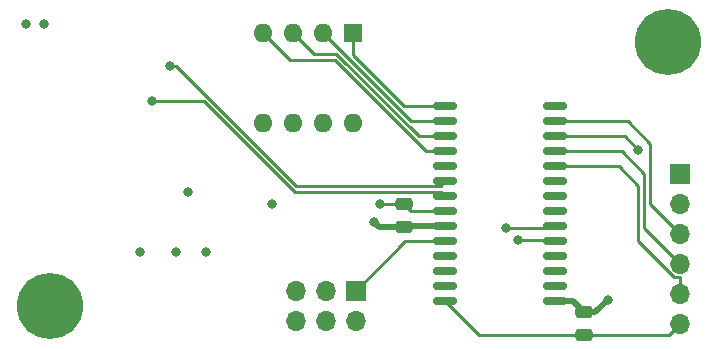
<source format=gbr>
%TF.GenerationSoftware,KiCad,Pcbnew,(6.0.1)*%
%TF.CreationDate,2022-03-15T19:28:32-04:00*%
%TF.ProjectId,WiFi-Board,57694669-2d42-46f6-9172-642e6b696361,rev?*%
%TF.SameCoordinates,Original*%
%TF.FileFunction,Copper,L4,Bot*%
%TF.FilePolarity,Positive*%
%FSLAX46Y46*%
G04 Gerber Fmt 4.6, Leading zero omitted, Abs format (unit mm)*
G04 Created by KiCad (PCBNEW (6.0.1)) date 2022-03-15 19:28:32*
%MOMM*%
%LPD*%
G01*
G04 APERTURE LIST*
G04 Aperture macros list*
%AMRoundRect*
0 Rectangle with rounded corners*
0 $1 Rounding radius*
0 $2 $3 $4 $5 $6 $7 $8 $9 X,Y pos of 4 corners*
0 Add a 4 corners polygon primitive as box body*
4,1,4,$2,$3,$4,$5,$6,$7,$8,$9,$2,$3,0*
0 Add four circle primitives for the rounded corners*
1,1,$1+$1,$2,$3*
1,1,$1+$1,$4,$5*
1,1,$1+$1,$6,$7*
1,1,$1+$1,$8,$9*
0 Add four rect primitives between the rounded corners*
20,1,$1+$1,$2,$3,$4,$5,0*
20,1,$1+$1,$4,$5,$6,$7,0*
20,1,$1+$1,$6,$7,$8,$9,0*
20,1,$1+$1,$8,$9,$2,$3,0*%
G04 Aperture macros list end*
%TA.AperFunction,ComponentPad*%
%ADD10R,1.700000X1.700000*%
%TD*%
%TA.AperFunction,ComponentPad*%
%ADD11O,1.700000X1.700000*%
%TD*%
%TA.AperFunction,ComponentPad*%
%ADD12C,5.600000*%
%TD*%
%TA.AperFunction,ComponentPad*%
%ADD13R,1.600000X1.600000*%
%TD*%
%TA.AperFunction,ComponentPad*%
%ADD14O,1.600000X1.600000*%
%TD*%
%TA.AperFunction,SMDPad,CuDef*%
%ADD15RoundRect,0.150000X0.875000X0.150000X-0.875000X0.150000X-0.875000X-0.150000X0.875000X-0.150000X0*%
%TD*%
%TA.AperFunction,SMDPad,CuDef*%
%ADD16RoundRect,0.250000X0.475000X-0.250000X0.475000X0.250000X-0.475000X0.250000X-0.475000X-0.250000X0*%
%TD*%
%TA.AperFunction,SMDPad,CuDef*%
%ADD17RoundRect,0.250000X-0.475000X0.250000X-0.475000X-0.250000X0.475000X-0.250000X0.475000X0.250000X0*%
%TD*%
%TA.AperFunction,ViaPad*%
%ADD18C,0.800000*%
%TD*%
%TA.AperFunction,Conductor*%
%ADD19C,0.500000*%
%TD*%
%TA.AperFunction,Conductor*%
%ADD20C,0.250000*%
%TD*%
G04 APERTURE END LIST*
D10*
%TO.P,J1,1,DATA*%
%TO.N,Net-(J1-Pad1)*%
X130033000Y-124709000D03*
D11*
%TO.P,J1,2,VCC*%
%TO.N,+3V3*%
X130033000Y-127249000D03*
%TO.P,J1,3,NC*%
%TO.N,unconnected-(J1-Pad3)*%
X127493000Y-124709000D03*
%TO.P,J1,4,NC*%
%TO.N,unconnected-(J1-Pad4)*%
X127493000Y-127249000D03*
%TO.P,J1,5,NC*%
%TO.N,unconnected-(J1-Pad5)*%
X124953000Y-124709000D03*
%TO.P,J1,6,GND*%
%TO.N,GND*%
X124953000Y-127249000D03*
%TD*%
D12*
%TO.P,REF\u002A\u002A,1*%
%TO.N,GND*%
X104140000Y-125984000D03*
%TD*%
%TO.P,REF\u002A\u002A,1*%
%TO.N,GND*%
X156464000Y-103632000D03*
%TD*%
D13*
%TO.P,SW1,1*%
%TO.N,/SW1*%
X129784000Y-102880000D03*
D14*
%TO.P,SW1,2*%
%TO.N,/SW2*%
X127244000Y-102880000D03*
%TO.P,SW1,3*%
%TO.N,/SW3*%
X124704000Y-102880000D03*
%TO.P,SW1,4*%
%TO.N,/SW4*%
X122164000Y-102880000D03*
%TO.P,SW1,5*%
%TO.N,Net-(R4-Pad2)*%
X122164000Y-110500000D03*
%TO.P,SW1,6*%
X124704000Y-110500000D03*
%TO.P,SW1,7*%
X127244000Y-110500000D03*
%TO.P,SW1,8*%
X129784000Y-110500000D03*
%TD*%
D10*
%TO.P,J2,1,Pin_1*%
%TO.N,+3V3*%
X157480000Y-114808000D03*
D11*
%TO.P,J2,2,Pin_2*%
%TO.N,/MISO*%
X157480000Y-117348000D03*
%TO.P,J2,3,Pin_3*%
%TO.N,/MOSI*%
X157480000Y-119888000D03*
%TO.P,J2,4,Pin_4*%
%TO.N,/SCK*%
X157480000Y-122428000D03*
%TO.P,J2,5,Pin_5*%
%TO.N,/~{SS}*%
X157480000Y-124968000D03*
%TO.P,J2,6,Pin_6*%
%TO.N,GND*%
X157480000Y-127508000D03*
%TD*%
D15*
%TO.P,U2,1,PA7*%
%TO.N,unconnected-(U2-Pad1)*%
X146890000Y-109093000D03*
%TO.P,U2,2,PC0*%
%TO.N,/MOSI*%
X146890000Y-110363000D03*
%TO.P,U2,3,PC1*%
%TO.N,/MISO*%
X146890000Y-111633000D03*
%TO.P,U2,4,PC2*%
%TO.N,/SCK*%
X146890000Y-112903000D03*
%TO.P,U2,5,PC3*%
%TO.N,/~{SS}*%
X146890000Y-114173000D03*
%TO.P,U2,6,PD0*%
%TO.N,unconnected-(U2-Pad6)*%
X146890000Y-115443000D03*
%TO.P,U2,7,PD1*%
%TO.N,unconnected-(U2-Pad7)*%
X146890000Y-116713000D03*
%TO.P,U2,8,PD2*%
%TO.N,unconnected-(U2-Pad8)*%
X146890000Y-117983000D03*
%TO.P,U2,9,PD3*%
%TO.N,/CTS*%
X146890000Y-119253000D03*
%TO.P,U2,10,PD4*%
%TO.N,/RTS*%
X146890000Y-120523000D03*
%TO.P,U2,11,PD5*%
%TO.N,unconnected-(U2-Pad11)*%
X146890000Y-121793000D03*
%TO.P,U2,12,PD6*%
%TO.N,unconnected-(U2-Pad12)*%
X146890000Y-123063000D03*
%TO.P,U2,13,PD7*%
%TO.N,unconnected-(U2-Pad13)*%
X146890000Y-124333000D03*
%TO.P,U2,14,AVDD*%
%TO.N,+3V3*%
X146890000Y-125603000D03*
%TO.P,U2,15,GND*%
%TO.N,GND*%
X137590000Y-125603000D03*
%TO.P,U2,16,PF0*%
%TO.N,unconnected-(U2-Pad16)*%
X137590000Y-124333000D03*
%TO.P,U2,17,PF1*%
%TO.N,unconnected-(U2-Pad17)*%
X137590000Y-123063000D03*
%TO.P,U2,18,PF6/~{RST}*%
%TO.N,unconnected-(U2-Pad18)*%
X137590000Y-121793000D03*
%TO.P,U2,19,UPDI*%
%TO.N,Net-(J1-Pad1)*%
X137590000Y-120523000D03*
%TO.P,U2,20,VDD*%
%TO.N,+3V3*%
X137590000Y-119253000D03*
%TO.P,U2,21,GND*%
%TO.N,GND*%
X137590000Y-117983000D03*
%TO.P,U2,22,PA0*%
%TO.N,/UART1*%
X137590000Y-116713000D03*
%TO.P,U2,23,PA1*%
%TO.N,/UART2*%
X137590000Y-115443000D03*
%TO.P,U2,24,PA2*%
%TO.N,unconnected-(U2-Pad24)*%
X137590000Y-114173000D03*
%TO.P,U2,25,PA3*%
%TO.N,/SW4*%
X137590000Y-112903000D03*
%TO.P,U2,26,PA4*%
%TO.N,/SW3*%
X137590000Y-111633000D03*
%TO.P,U2,27,PA5*%
%TO.N,/SW2*%
X137590000Y-110363000D03*
%TO.P,U2,28,PA6*%
%TO.N,/SW1*%
X137590000Y-109093000D03*
%TD*%
D16*
%TO.P,C6,1*%
%TO.N,+3V3*%
X134112000Y-119314000D03*
%TO.P,C6,2*%
%TO.N,GND*%
X134112000Y-117414000D03*
%TD*%
D17*
%TO.P,C7,1*%
%TO.N,+3V3*%
X149352000Y-126558000D03*
%TO.P,C7,2*%
%TO.N,GND*%
X149352000Y-128458000D03*
%TD*%
D18*
%TO.N,+3V3*%
X151384000Y-125476000D03*
X111760000Y-121412000D03*
X122936000Y-117348000D03*
X131572000Y-118872000D03*
X117348000Y-121412000D03*
X103632000Y-102108000D03*
X114808000Y-121412000D03*
%TO.N,GND*%
X115824000Y-116332000D03*
X102108000Y-102108000D03*
X132080000Y-117348000D03*
%TO.N,/MISO*%
X153924000Y-112776000D03*
%TO.N,/CTS*%
X142748000Y-119380000D03*
%TO.N,/RTS*%
X143764000Y-120396000D03*
%TO.N,/UART2*%
X114300000Y-105664000D03*
%TO.N,/UART1*%
X112776000Y-108677313D03*
%TD*%
D19*
%TO.N,+3V3*%
X148397000Y-125603000D02*
X149352000Y-126558000D01*
X137590000Y-119253000D02*
X134173000Y-119253000D01*
X134173000Y-119253000D02*
X134112000Y-119314000D01*
X134112000Y-119314000D02*
X132014000Y-119314000D01*
X132014000Y-119314000D02*
X131572000Y-118872000D01*
X151384000Y-125476000D02*
X150302000Y-126558000D01*
X150302000Y-126558000D02*
X149352000Y-126558000D01*
X146890000Y-125603000D02*
X148397000Y-125603000D01*
D20*
%TO.N,GND*%
X137590000Y-117983000D02*
X134681000Y-117983000D01*
X132080000Y-117348000D02*
X132146000Y-117414000D01*
X156530000Y-128458000D02*
X157480000Y-127508000D01*
X137590000Y-125603000D02*
X140445000Y-128458000D01*
X132146000Y-117414000D02*
X134112000Y-117414000D01*
X134681000Y-117983000D02*
X134112000Y-117414000D01*
X149352000Y-128458000D02*
X156530000Y-128458000D01*
X149352000Y-128458000D02*
X143322000Y-128458000D01*
X140445000Y-128458000D02*
X143322000Y-128458000D01*
%TO.N,Net-(J1-Pad1)*%
X130033000Y-124709000D02*
X134219000Y-120523000D01*
X134219000Y-120523000D02*
X137590000Y-120523000D01*
%TO.N,/MISO*%
X152781000Y-111633000D02*
X146890000Y-111633000D01*
X153924000Y-112776000D02*
X152781000Y-111633000D01*
%TO.N,/MOSI*%
X153035000Y-110363000D02*
X146890000Y-110363000D01*
X154940000Y-112268000D02*
X153035000Y-110363000D01*
X154940000Y-117348000D02*
X154940000Y-112268000D01*
X157480000Y-119888000D02*
X154940000Y-117348000D01*
%TO.N,/SCK*%
X157480000Y-122428000D02*
X154432000Y-119380000D01*
X154432000Y-119380000D02*
X154432000Y-114808000D01*
X154432000Y-114808000D02*
X152527000Y-112903000D01*
X152527000Y-112903000D02*
X146890000Y-112903000D01*
%TO.N,/~{SS}*%
X157480000Y-124968000D02*
X157480000Y-123602511D01*
X152273000Y-114173000D02*
X146890000Y-114173000D01*
X156993501Y-123602511D02*
X153924000Y-120533010D01*
X153924000Y-120533010D02*
X153924000Y-115824000D01*
X153924000Y-115824000D02*
X152273000Y-114173000D01*
X157480000Y-123602511D02*
X156993501Y-123602511D01*
%TO.N,/SW1*%
X129784000Y-102880000D02*
X129784000Y-104784282D01*
X134092718Y-109093000D02*
X137590000Y-109093000D01*
X129784000Y-104784282D02*
X134092718Y-109093000D01*
%TO.N,/SW2*%
X134727000Y-110363000D02*
X137590000Y-110363000D01*
X127244000Y-102880000D02*
X134727000Y-110363000D01*
%TO.N,/SW3*%
X126472000Y-104648000D02*
X128376282Y-104648000D01*
X135361282Y-111633000D02*
X137590000Y-111633000D01*
X128376282Y-104648000D02*
X135361282Y-111633000D01*
X124704000Y-102880000D02*
X126472000Y-104648000D01*
%TO.N,/SW4*%
X122164000Y-102880000D02*
X124440000Y-105156000D01*
X135995564Y-112903000D02*
X137590000Y-112903000D01*
X128248564Y-105156000D02*
X135995564Y-112903000D01*
X124440000Y-105156000D02*
X128248564Y-105156000D01*
%TO.N,/CTS*%
X146763000Y-119380000D02*
X146890000Y-119253000D01*
X142748000Y-119380000D02*
X146763000Y-119380000D01*
%TO.N,/RTS*%
X143764000Y-120396000D02*
X146763000Y-120396000D01*
X146763000Y-120396000D02*
X146890000Y-120523000D01*
%TO.N,/UART2*%
X124968000Y-115824000D02*
X114808000Y-105664000D01*
X137590000Y-115443000D02*
X137209000Y-115824000D01*
X137209000Y-115824000D02*
X124968000Y-115824000D01*
X114808000Y-105664000D02*
X114300000Y-105664000D01*
%TO.N,/UART1*%
X137209000Y-116332000D02*
X137590000Y-116713000D01*
X112776000Y-108677313D02*
X117185595Y-108677313D01*
X117185595Y-108677313D02*
X124840282Y-116332000D01*
X124840282Y-116332000D02*
X137209000Y-116332000D01*
%TD*%
M02*

</source>
